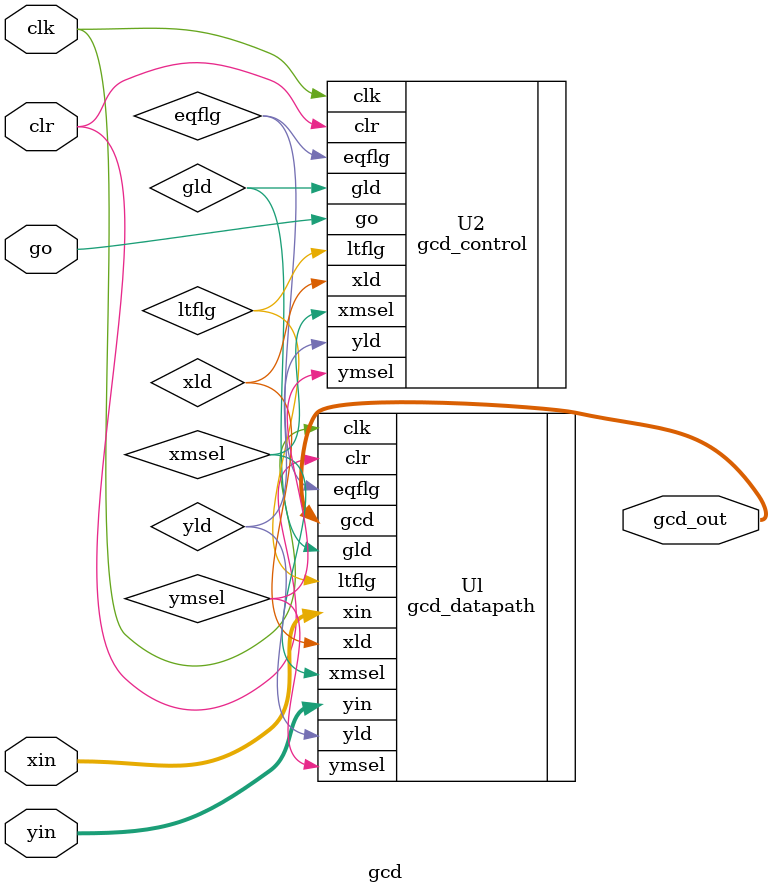
<source format=v>
`timescale 1ns / 1ps
module gcd (

input wire clk , 
input wire clr ,
input wire go ,
input wire [3:0] xin ,
input wire [3:0] yin ,       
output wire [3:0] gcd_out 
);
       
 wire eqflg, ltflg, xmsel, ymsel; 
 wire xld, yld, gld;
 
   gcd_datapath Ul(
   .clk(clk),
   .clr(clr),
   .xmsel(xmsel),
   .ymsel(ymsel),
   .xld(xld),
   .yld(yld),
   .gld(gld),   
   
   //daja 25 
   
   .xin(xin), 
   .yin(yin),
   .gcd(gcd_out), 
   
   // flags to determine the weather we obtained the GCD or shoukld we keep on going. 

    .eqflg(eqflg), 
    .ltflg(ltflg)
    );
    
  gcd_control U2(

    .clk(clk),
    .clr(clr),
    .go(go),

    //flags to determine whether we obtained the GCD or should we keep going 
    
    .eqflg(eqflg),
    .ltflg(ltflg),
     
     // Select line for loading data into reg MUX 
    .xmsel(xmsel),
    .ymsel(ymsel),
     
     // load signals
    .xld(xld),
    .yld(yld),
    .gld(gld)

 );    
    
    
 endmodule
</source>
